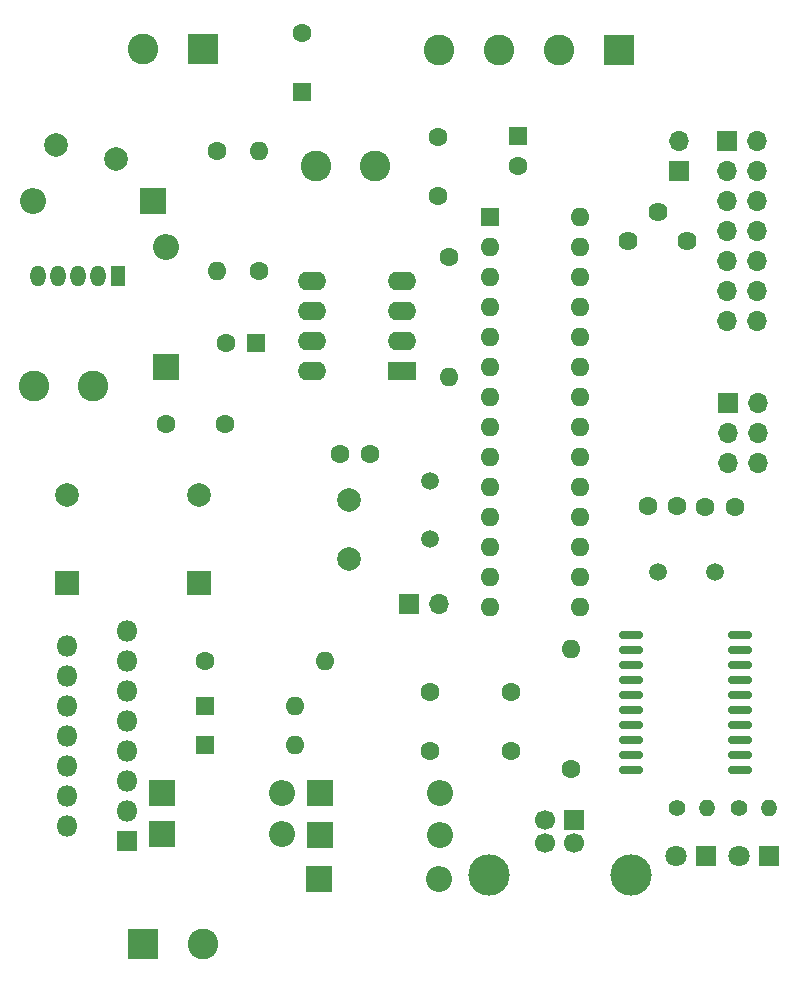
<source format=gbr>
%TF.GenerationSoftware,KiCad,Pcbnew,7.0.9*%
%TF.CreationDate,2023-12-16T09:33:54+01:00*%
%TF.ProjectId,Mutteruhr,4d757474-6572-4756-9872-2e6b69636164,rev?*%
%TF.SameCoordinates,Original*%
%TF.FileFunction,Soldermask,Top*%
%TF.FilePolarity,Negative*%
%FSLAX46Y46*%
G04 Gerber Fmt 4.6, Leading zero omitted, Abs format (unit mm)*
G04 Created by KiCad (PCBNEW 7.0.9) date 2023-12-16 09:33:54*
%MOMM*%
%LPD*%
G01*
G04 APERTURE LIST*
G04 Aperture macros list*
%AMRoundRect*
0 Rectangle with rounded corners*
0 $1 Rounding radius*
0 $2 $3 $4 $5 $6 $7 $8 $9 X,Y pos of 4 corners*
0 Add a 4 corners polygon primitive as box body*
4,1,4,$2,$3,$4,$5,$6,$7,$8,$9,$2,$3,0*
0 Add four circle primitives for the rounded corners*
1,1,$1+$1,$2,$3*
1,1,$1+$1,$4,$5*
1,1,$1+$1,$6,$7*
1,1,$1+$1,$8,$9*
0 Add four rect primitives between the rounded corners*
20,1,$1+$1,$2,$3,$4,$5,0*
20,1,$1+$1,$4,$5,$6,$7,0*
20,1,$1+$1,$6,$7,$8,$9,0*
20,1,$1+$1,$8,$9,$2,$3,0*%
G04 Aperture macros list end*
%ADD10R,1.275000X1.800000*%
%ADD11O,1.275000X1.800000*%
%ADD12R,1.600000X1.600000*%
%ADD13O,1.600000X1.600000*%
%ADD14RoundRect,0.150000X0.875000X0.150000X-0.875000X0.150000X-0.875000X-0.150000X0.875000X-0.150000X0*%
%ADD15R,1.800000X1.800000*%
%ADD16O,1.800000X1.800000*%
%ADD17C,1.600000*%
%ADD18R,2.000000X2.000000*%
%ADD19C,2.000000*%
%ADD20C,1.800000*%
%ADD21R,1.700000X1.700000*%
%ADD22O,1.700000X1.700000*%
%ADD23C,2.600000*%
%ADD24R,2.400000X1.600000*%
%ADD25O,2.400000X1.600000*%
%ADD26C,1.500000*%
%ADD27C,1.620000*%
%ADD28C,1.700000*%
%ADD29C,3.500000*%
%ADD30C,2.010000*%
%ADD31R,2.600000X2.600000*%
%ADD32R,2.200000X2.200000*%
%ADD33O,2.200000X2.200000*%
%ADD34C,1.400000*%
%ADD35O,1.400000X1.400000*%
G04 APERTURE END LIST*
D10*
%TO.C,U1*%
X163850000Y-42300000D03*
D11*
X162150000Y-42300000D03*
X160450000Y-42300000D03*
X158750000Y-42300000D03*
X157050000Y-42300000D03*
%TD*%
D12*
%TO.C,U2*%
X195326000Y-37338000D03*
D13*
X195326000Y-39878000D03*
X195326000Y-42418000D03*
X195326000Y-44958000D03*
X195326000Y-47498000D03*
X195326000Y-50038000D03*
X195326000Y-52578000D03*
X195326000Y-55118000D03*
X195326000Y-57658000D03*
X195326000Y-60198000D03*
X195326000Y-62738000D03*
X195326000Y-65278000D03*
X195326000Y-67818000D03*
X195326000Y-70358000D03*
X202946000Y-70358000D03*
X202946000Y-67818000D03*
X202946000Y-65278000D03*
X202946000Y-62738000D03*
X202946000Y-60198000D03*
X202946000Y-57658000D03*
X202946000Y-55118000D03*
X202946000Y-52578000D03*
X202946000Y-50038000D03*
X202946000Y-47498000D03*
X202946000Y-44958000D03*
X202946000Y-42418000D03*
X202946000Y-39878000D03*
X202946000Y-37338000D03*
%TD*%
D14*
%TO.C,U4*%
X216524100Y-84188300D03*
X216524100Y-82918300D03*
X216524100Y-81648300D03*
X216524100Y-80378300D03*
X216524100Y-79108300D03*
X216524100Y-77838300D03*
X216524100Y-76568300D03*
X216524100Y-75298300D03*
X216524100Y-74028300D03*
X216524100Y-72758300D03*
X207224100Y-72758300D03*
X207224100Y-74028300D03*
X207224100Y-75298300D03*
X207224100Y-76568300D03*
X207224100Y-77838300D03*
X207224100Y-79108300D03*
X207224100Y-80378300D03*
X207224100Y-81648300D03*
X207224100Y-82918300D03*
X207224100Y-84188300D03*
%TD*%
D15*
%TO.C,U5*%
X164592000Y-90170000D03*
D16*
X159512000Y-88900000D03*
X164592000Y-87630000D03*
X159512000Y-86360000D03*
X164592000Y-85090000D03*
X159512000Y-83820000D03*
X164592000Y-82550000D03*
X159512000Y-81280000D03*
X164592000Y-80010000D03*
X159512000Y-78740000D03*
X164592000Y-77470000D03*
X159512000Y-76200000D03*
X164592000Y-74930000D03*
X159512000Y-73660000D03*
X164592000Y-72390000D03*
%TD*%
D12*
%TO.C,D11*%
X171196000Y-78740000D03*
D13*
X178816000Y-78740000D03*
%TD*%
D12*
%TO.C,C1*%
X179438300Y-26733500D03*
D17*
X179438300Y-21733500D03*
%TD*%
D18*
%TO.C,C3*%
X159512000Y-68326000D03*
D19*
X159512000Y-60826000D03*
%TD*%
%TO.C,C5*%
X183388000Y-66294000D03*
X183388000Y-61294000D03*
%TD*%
D17*
%TO.C,C7*%
X208675600Y-61836300D03*
X211175600Y-61836300D03*
%TD*%
%TO.C,C8*%
X216039700Y-61861700D03*
X213539700Y-61861700D03*
%TD*%
D18*
%TO.C,C10*%
X170688000Y-68326000D03*
D19*
X170688000Y-60826000D03*
%TD*%
D12*
%TO.C,C13*%
X197700900Y-30492700D03*
D17*
X197700900Y-32992700D03*
%TD*%
D15*
%TO.C,D8*%
X218948000Y-91452700D03*
D20*
X216408000Y-91452700D03*
%TD*%
D15*
%TO.C,D9*%
X213614000Y-91452700D03*
D20*
X211074000Y-91452700D03*
%TD*%
D21*
%TO.C,J3*%
X215460000Y-53086000D03*
D22*
X218000000Y-53086000D03*
X215460000Y-55626000D03*
X218000000Y-55626000D03*
X215460000Y-58166000D03*
X218000000Y-58166000D03*
%TD*%
D21*
%TO.C,J7*%
X188468000Y-70104000D03*
D22*
X191008000Y-70104000D03*
%TD*%
D23*
%TO.C,L1*%
X156750000Y-51650000D03*
X161750000Y-51650000D03*
%TD*%
%TO.C,L2*%
X180594000Y-33007300D03*
X185594000Y-33007300D03*
%TD*%
D17*
%TO.C,R2*%
X175768000Y-41910000D03*
D13*
X175768000Y-31750000D03*
%TD*%
D17*
%TO.C,R6*%
X191820800Y-40690800D03*
D13*
X191820800Y-50850800D03*
%TD*%
D17*
%TO.C,R7*%
X171196000Y-74930000D03*
D13*
X181356000Y-74930000D03*
%TD*%
D24*
%TO.C,U3*%
X187858400Y-50355500D03*
D25*
X187858400Y-47815500D03*
X187858400Y-45275500D03*
X187858400Y-42735500D03*
X180238400Y-42735500D03*
X180238400Y-45275500D03*
X180238400Y-47815500D03*
X180238400Y-50355500D03*
%TD*%
D26*
%TO.C,Y2*%
X209521400Y-67424300D03*
X214401400Y-67424300D03*
%TD*%
D27*
%TO.C,RV1*%
X207010000Y-39370000D03*
X209510000Y-36870000D03*
X212010000Y-39370000D03*
%TD*%
D21*
%TO.C,J4*%
X202476100Y-88353900D03*
D28*
X199976100Y-88353900D03*
X199976100Y-90353900D03*
X202476100Y-90353900D03*
D29*
X207246100Y-93063900D03*
X195206100Y-93063900D03*
%TD*%
D30*
%TO.C,F1*%
X158600000Y-31200000D03*
X163700000Y-32400000D03*
%TD*%
D31*
%TO.C,J1*%
X171043600Y-23101300D03*
D23*
X165963600Y-23101300D03*
%TD*%
D31*
%TO.C,J2*%
X206240000Y-23152100D03*
D23*
X201160000Y-23152100D03*
X196080000Y-23152100D03*
X191000000Y-23152100D03*
%TD*%
D32*
%TO.C,D1*%
X166800000Y-35950000D03*
D33*
X156640000Y-35950000D03*
%TD*%
D17*
%TO.C,R1*%
X172212000Y-31750000D03*
D13*
X172212000Y-41910000D03*
%TD*%
D26*
%TO.C,Y1*%
X190246000Y-59690000D03*
X190246000Y-64570000D03*
%TD*%
D32*
%TO.C,D2*%
X167894000Y-50038000D03*
D33*
X167894000Y-39878000D03*
%TD*%
D31*
%TO.C,J5*%
X165976300Y-98900000D03*
D23*
X171056300Y-98900000D03*
%TD*%
D32*
%TO.C,D4*%
X167589200Y-89598500D03*
D33*
X177749200Y-89598500D03*
%TD*%
D32*
%TO.C,D7*%
X180835300Y-93357700D03*
D33*
X190995300Y-93357700D03*
%TD*%
D32*
%TO.C,D5*%
X180898800Y-89623900D03*
D33*
X191058800Y-89623900D03*
%TD*%
D32*
%TO.C,D3*%
X167589200Y-86093300D03*
D33*
X177749200Y-86093300D03*
%TD*%
D12*
%TO.C,D10*%
X171196000Y-82042000D03*
D13*
X178816000Y-82042000D03*
%TD*%
D12*
%TO.C,C4*%
X175514000Y-48006000D03*
D17*
X173014000Y-48006000D03*
%TD*%
%TO.C,C6*%
X182626000Y-57404000D03*
X185126000Y-57404000D03*
%TD*%
D21*
%TO.C,J6*%
X215410000Y-30860000D03*
D22*
X217950000Y-30860000D03*
X215410000Y-33400000D03*
X217950000Y-33400000D03*
X215410000Y-35940000D03*
X217950000Y-35940000D03*
X215410000Y-38480000D03*
X217950000Y-38480000D03*
X215410000Y-41020000D03*
X217950000Y-41020000D03*
X215410000Y-43560000D03*
X217950000Y-43560000D03*
X215410000Y-46100000D03*
X217950000Y-46100000D03*
%TD*%
D17*
%TO.C,R3*%
X202184000Y-84074000D03*
D13*
X202184000Y-73914000D03*
%TD*%
D32*
%TO.C,D6*%
X180924200Y-86106000D03*
D33*
X191084200Y-86106000D03*
%TD*%
D34*
%TO.C,R4*%
X211150200Y-87388700D03*
D35*
X213690200Y-87388700D03*
%TD*%
D34*
%TO.C,R5*%
X216446100Y-87388700D03*
D35*
X218986100Y-87388700D03*
%TD*%
D17*
%TO.C,C2*%
X167894000Y-54864000D03*
X172894000Y-54864000D03*
%TD*%
%TO.C,C9*%
X197065900Y-82524600D03*
X197065900Y-77524600D03*
%TD*%
%TO.C,C11*%
X190246000Y-77533500D03*
X190246000Y-82533500D03*
%TD*%
%TO.C,C12*%
X190919100Y-30556200D03*
X190919100Y-35556200D03*
%TD*%
D21*
%TO.C,J8*%
X211300000Y-33400000D03*
D22*
X211300000Y-30860000D03*
%TD*%
M02*

</source>
